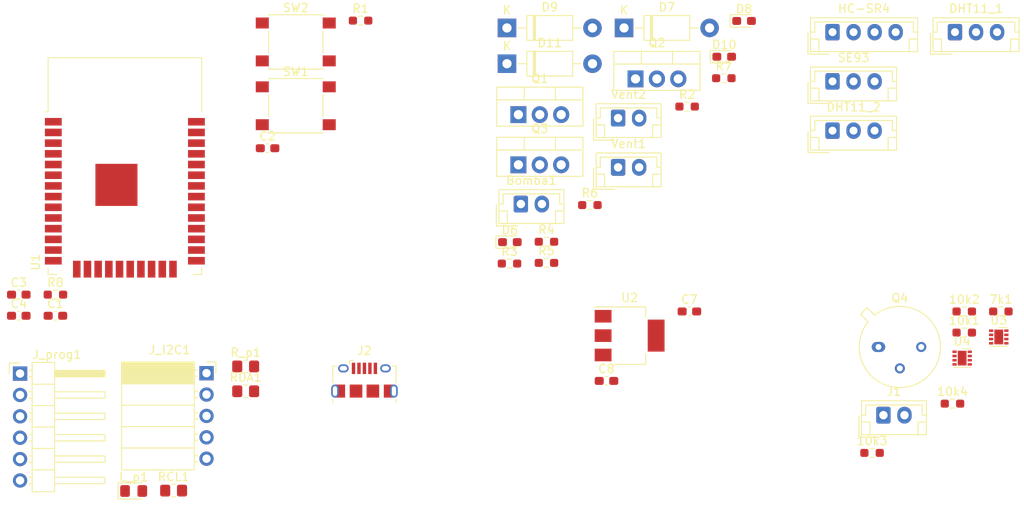
<source format=kicad_pcb>
(kicad_pcb (version 20211014) (generator pcbnew)
  (layers (0 "F.Cu" signal) (31 "B.Cu" signal) (34 "B.Paste" user) (35 "F.Paste" user) (36 "B.SilkS" user "B.Silkscreen") (37 "F.SilkS" user "F.Silkscreen") (38 "B.Mask" user) (39 "F.Mask" user) (44 "Edge.Cuts" user))
  (net 0 "")
  (net 2 "Net-(10k1-Pad2)")
  (net 3 "Net-(D7-Pad2)")
  (net 4 "Net-(Bomba1-Pad1)")
  (net 5 "/c_vent1")
  (net 12 "/c_vent2")
  (net 13 "/c_bomba")
  (net 14 "/lm393_d")
  (net 15 "/se093_d")
  (net 16 "/Esp32Schematic/IO32")
  (net 17 "/Esp32Schematic/IO33")
  (net 18 "/Esp32Schematic/IO25")
  (net 19 "/Esp32Schematic/IO26")
  (net 20 "/Esp32Schematic/IO27")
  (net 22 "/Esp32Schematic/IO12")
  (net 23 "/HC-SR04Echo")
  (net 24 "/HC-SR04Trig")
  (net 25 "/Esp32Schematic/BOOT")
  (net 26 "GND")
  (net 27 "/Esp32Schematic/IO4")
  (net 28 "/dht11_1d")
  (net 29 "/dht11_2d")
  (net 30 "/Esp32Schematic/IO5")
  (net 31 "/Esp32Schematic/IO23")
  (net 32 "Net-(7k1-Pad1)")
  (net 33 "Net-(D9-Pad2)")
  (net 34 "/Potencia/LDO/LDO_in")
  (net 35 "/Potencia/LDO/LDO_out")
  (net 36 "Net-(D6-Pad2)")
  (net 37 "Net-(D8-Pad2)")
  (net 38 "Net-(D10-Pad2)")
  (net 39 "5v")
  (net 40 "Net-(U4-Pad6)")
  (net 41 "Net-(10k3-Pad2)")
  (net 42 "Net-(C1-Pad2)")
  (net 43 "3.3v")
  (net 44 "/Sensores/3.3v")
  (net 45 "/Potencia/IN_5v")
  (net 50 "SCL")
  (net 51 "SDA")
  (net 54 "/Prog_Rx")
  (net 55 "/Prog_Tx")
  (net 57 "Net-(L_p1-Pad2)")
  (net 58 "/LedU1")
  (net 59 "/Esp32Schematic/IO2")
  (footprint "Connector_JST:JST_EH_B2B-EH-A_1x02_P2.50mm_Vertical" (layer "F.Cu") (at 180.59 74.32)
    (fp_text reference "Vent1" (at 1.25 -2.8) (layer "F.SilkS"))
    (fp_text value "Conn_01x02")
    (pad "1" thru_hole roundrect (at 0 0) (size 1.7 2) (drill 1) (layers *.Cu *.Mask) (roundrect_rratio 0.147059) (net 3 "Net-(D7-Pad2)"))
    (pad "2" thru_hole oval (at 2.5 0) (size 1.7 2) (drill 1) (layers *.Cu *.Mask) (net 39 "5v"))
  )
  (footprint "LED_SMD:LED_0603_1608Metric_Pad1.05x0.95mm_HandSolder" (layer "F.Cu") (at 195.555 56.93)
    (fp_text reference "D8" (at 0 -1.43) (layer "F.SilkS"))
    (fp_text value "LED")
    (pad "1" smd roundrect (at -0.875 0) (size 1.05 0.95) (layers "F.Cu" "F.Paste" "F.Mask") (net 26 "GND"))
    (pad "2" smd roundrect (at 0.875 0) (size 1.05 0.95) (layers "F.Cu" "F.Paste" "F.Mask") (net 37 "Net-(D8-Pad2)"))
  )
  (footprint "Connector_JST:JST_EH_B2B-EH-A_1x02_P2.50mm_Vertical" (layer "F.Cu") (at 180.59 68.47)
    (fp_text reference "Vent2" (at 1.25 -2.8) (layer "F.SilkS"))
    (fp_text value "Conn_01x02")
    (pad "1" thru_hole roundrect (at 0 0) (size 1.7 2) (drill 1) (layers *.Cu *.Mask) (roundrect_rratio 0.147059) (net 33 "Net-(D9-Pad2)"))
    (pad "2" thru_hole oval (at 2.5 0) (size 1.7 2) (drill 1) (layers *.Cu *.Mask) (net 39 "5v"))
  )
  (footprint "LED_SMD:LED_0603_1608Metric_Pad1.05x0.95mm_HandSolder" (layer "F.Cu") (at 167.735 83.2)
    (fp_text reference "D6" (at 0 -1.43) (layer "F.SilkS"))
    (fp_text value "LED")
    (pad "1" smd roundrect (at -0.875 0) (size 1.05 0.95) (layers "F.Cu" "F.Paste" "F.Mask") (net 26 "GND"))
    (pad "2" smd roundrect (at 0.875 0) (size 1.05 0.95) (layers "F.Cu" "F.Paste" "F.Mask") (net 36 "Net-(D6-Pad2)"))
  )
  (footprint "Capacitor_SMD:C_0603_1608Metric_Pad1.08x0.95mm_HandSolder" (layer "F.Cu") (at 138.95 72.05)
    (fp_text reference "C2" (at 0 -1.43) (layer "F.SilkS"))
    (fp_text value "0.1uF")
    (pad "1" smd roundrect (at -0.8625 0) (size 1.075 0.95) (layers "F.Cu" "F.Paste" "F.Mask") (net 43 "3.3v"))
    (pad "2" smd roundrect (at 0.8625 0) (size 1.075 0.95) (layers "F.Cu" "F.Paste" "F.Mask") (net 26 "GND"))
  )
  (footprint "Capacitor_SMD:C_0603_1608Metric_Pad1.08x0.95mm_HandSolder" (layer "F.Cu") (at 113.75 91.95)
    (fp_text reference "C1" (at 0 -1.43) (layer "F.SilkS"))
    (fp_text value "1uF")
    (pad "1" smd roundrect (at -0.8625 0) (size 1.075 0.95) (layers "F.Cu" "F.Paste" "F.Mask") (net 26 "GND"))
    (pad "2" smd roundrect (at 0.8625 0) (size 1.075 0.95) (layers "F.Cu" "F.Paste" "F.Mask") (net 42 "Net-(C1-Pad2)"))
  )
  (footprint "Resistor_SMD:R_0805_2012Metric_Pad1.20x1.40mm_HandSolder" (layer "F.Cu") (at 136.35 97.97)
    (fp_text reference "R_p1" (at 0 -1.65) (layer "F.SilkS"))
    (fp_text value "47")
    (pad "1" smd roundrect (at -1 0) (size 1.2 1.4) (layers "F.Cu" "F.Paste" "F.Mask") (roundrect_rratio 0.208333) (net 57 "Net-(L_p1-Pad2)"))
    (pad "2" smd roundrect (at 1 0) (size 1.2 1.4) (layers "F.Cu" "F.Paste" "F.Mask") (roundrect_rratio 0.208333) (net 58 "/LedU1"))
  )
  (footprint "Resistor_SMD:R_0603_1608Metric_Pad0.98x0.95mm_HandSolder" (layer "F.Cu") (at 210.76 108.24)
    (fp_text reference "10k3" (at 0 -1.43) (layer "F.SilkS"))
    (fp_text value "R")
    (pad "1" smd roundrect (at -0.9125 0) (size 0.975 0.95) (layers "F.Cu" "F.Paste" "F.Mask") (net 40 "Net-(U4-Pad6)"))
    (pad "2" smd roundrect (at 0.9125 0) (size 0.975 0.95) (layers "F.Cu" "F.Paste" "F.Mask") (net 41 "Net-(10k3-Pad2)"))
  )
  (footprint "Package_TO_SOT_THT:TO-220-3_Vertical" (layer "F.Cu") (at 168.75 68.06)
    (fp_text reference "Q1" (at 2.54 -4.27) (layer "F.SilkS"))
    (fp_text value "IRF540N")
    (pad "1" thru_hole rect (at 0 0) (size 1.905 2) (drill 1.1) (layers *.Cu *.Mask) (net 5 "/c_vent1"))
    (pad "2" thru_hole oval (at 2.54 0) (size 1.905 2) (drill 1.1) (layers *.Cu *.Mask) (net 3 "Net-(D7-Pad2)"))
    (pad "3" thru_hole oval (at 5.08 0) (size 1.905 2) (drill 1.1) (layers *.Cu *.Mask) (net 26 "GND"))
  )
  (footprint "Resistor_SMD:R_0603_1608Metric_Pad0.98x0.95mm_HandSolder" (layer "F.Cu") (at 220.31 102.39)
    (fp_text reference "10k4" (at 0 -1.43) (layer "F.SilkS"))
    (fp_text value "R")
    (pad "1" smd roundrect (at -0.9125 0) (size 0.975 0.95) (layers "F.Cu" "F.Paste" "F.Mask") (net 14 "/lm393_d"))
    (pad "2" smd roundrect (at 0.9125 0) (size 0.975 0.95) (layers "F.Cu" "F.Paste" "F.Mask") (net 26 "GND"))
  )
  (footprint "Capacitor_SMD:C_0603_1608Metric_Pad1.08x0.95mm_HandSolder" (layer "F.Cu") (at 179.21 99.69)
    (fp_text reference "C8" (at 0 -1.43) (layer "F.SilkS"))
    (fp_text value "100u")
    (pad "1" smd roundrect (at -0.8625 0) (size 1.075 0.95) (layers "F.Cu" "F.Paste" "F.Mask") (net 35 "/Potencia/LDO/LDO_out"))
    (pad "2" smd roundrect (at 0.8625 0) (size 1.075 0.95) (layers "F.Cu" "F.Paste" "F.Mask") (net 26 "GND"))
  )
  (footprint "Resistor_SMD:R_0603_1608Metric_Pad0.98x0.95mm_HandSolder" (layer "F.Cu") (at 172.08 85.67)
    (fp_text reference "R5" (at 0 -1.43) (layer "F.SilkS"))
    (fp_text value "1k")
    (pad "1" smd roundrect (at -0.9125 0) (size 0.975 0.95) (layers "F.Cu" "F.Paste" "F.Mask") (net 12 "/c_vent2"))
    (pad "2" smd roundrect (at 0.9125 0) (size 0.975 0.95) (layers "F.Cu" "F.Paste" "F.Mask") (net 37 "Net-(D8-Pad2)"))
  )
  (footprint "Resistor_SMD:R_0805_2012Metric_Pad1.20x1.40mm_HandSolder" (layer "F.Cu") (at 127.79 112.72)
    (fp_text reference "RCL1" (at 0 -1.65) (layer "F.SilkS"))
    (fp_text value "10k")
    (pad "1" smd roundrect (at -1 0) (size 1.2 1.4) (layers "F.Cu" "F.Paste" "F.Mask") (roundrect_rratio 0.208333) (net 50 "SCL"))
    (pad "2" smd roundrect (at 1 0) (size 1.2 1.4) (layers "F.Cu" "F.Paste" "F.Mask") (roundrect_rratio 0.208333) (net 43 "3.3v"))
  )
  (footprint "Connector_PinSocket_2.54mm:PinSocket_1x05_P2.54mm_Horizontal" (layer "F.Cu") (at 131.7 98.77)
    (fp_text reference "J_I2C1" (at -4.38 -2.77) (layer "F.SilkS"))
    (fp_text value "Conn_01x05_Male")
    (pad "1" thru_hole rect (at 0 0) (size 1.7 1.7) (drill 1) (layers *.Cu *.Mask) (net 50 "SCL"))
    (pad "2" thru_hole oval (at 0 2.54) (size 1.7 1.7) (drill 1) (layers *.Cu *.Mask) (net 51 "SDA"))
    (pad "3" thru_hole oval (at 0 5.08) (size 1.7 1.7) (drill 1) (layers *.Cu *.Mask) (net 26 "GND"))
    (pad "4" thru_hole oval (at 0 7.62) (size 1.7 1.7) (drill 1) (layers *.Cu *.Mask) (net 43 "3.3v"))
    (pad "5" thru_hole oval (at 0 10.16) (size 1.7 1.7) (drill 1) (layers *.Cu *.Mask) (net 39 "5v"))
  )
  (footprint "Resistor_SMD:R_0603_1608Metric_Pad0.98x0.95mm_HandSolder" (layer "F.Cu") (at 188.79 67.1)
    (fp_text reference "R2" (at 0 -1.43) (layer "F.SilkS"))
    (fp_text value "1k")
    (pad "1" smd roundrect (at -0.9125 0) (size 0.975 0.95) (layers "F.Cu" "F.Paste" "F.Mask") (net 5 "/c_vent1"))
    (pad "2" smd roundrect (at 0.9125 0) (size 0.975 0.95) (layers "F.Cu" "F.Paste" "F.Mask") (net 26 "GND"))
  )
  (footprint "Diode_THT:D_DO-41_SOD81_P10.16mm_Horizontal" (layer "F.Cu") (at 167.39 57.76)
    (fp_text reference "D9" (at 5.08 -2.47) (layer "F.SilkS"))
    (fp_text value "1N4004")
    (fp_text user "K" (at 0 -2.1) (layer "F.SilkS"))
    (pad "1" thru_hole rect (at 0 0) (size 2.2 2.2) (drill 1.1) (layers *.Cu *.Mask) (net 39 "5v"))
    (pad "2" thru_hole oval (at 10.16 0) (size 2.2 2.2) (drill 1.1) (layers *.Cu *.Mask) (net 33 "Net-(D9-Pad2)"))
  )
  (footprint "Connector_JST:JST_EH_B3B-EH-A_1x03_P2.50mm_Vertical" (layer "F.Cu") (at 206.06 69.96)
    (fp_text reference "DHT11_2" (at 2.5 -2.8) (layer "F.SilkS"))
    (fp_text value "Conn_01x03")
    (pad "1" thru_hole roundrect (at 0 0) (size 1.7 1.95) (drill 0.95) (layers *.Cu *.Mask) (roundrect_rratio 0.147059) (net 44 "/Sensores/3.3v"))
    (pad "2" thru_hole oval (at 2.5 0) (size 1.7 1.95) (drill 0.95) (layers *.Cu *.Mask) (net 29 "/dht11_2d"))
    (pad "3" thru_hole oval (at 5 0) (size 1.7 1.95) (drill 0.95) (layers *.Cu *.Mask) (net 26 "GND"))
  )
  (footprint "Connector_JST:JST_EH_B3B-EH-A_1x03_P2.50mm_Vertical" (layer "F.Cu") (at 206.06 64.11)
    (fp_text reference "SE93" (at 2.5 -2.8) (layer "F.SilkS"))
    (fp_text value "Conn_01x03")
    (pad "1" thru_hole roundrect (at 0 0) (size 1.7 1.95) (drill 0.95) (layers *.Cu *.Mask) (roundrect_rratio 0.147059) (net 44 "/Sensores/3.3v"))
    (pad "2" thru_hole oval (at 2.5 0) (size 1.7 1.95) (drill 0.95) (layers *.Cu *.Mask) (net 15 "/se093_d"))
    (pad "3" thru_hole oval (at 5 0) (size 1.7 1.95) (drill 0.95) (layers *.Cu *.Mask) (net 26 "GND"))
  )
  (footprint "Capacitor_SMD:C_0603_1608Metric_Pad1.08x0.95mm_HandSolder" (layer "F.Cu") (at 109.4 91.95)
    (fp_text reference "C4" (at 0 -1.43) (layer "F.SilkS"))
    (fp_text value "1uF")
    (pad "1" smd roundrect (at -0.8625 0) (size 1.075 0.95) (layers "F.Cu" "F.Paste" "F.Mask") (net 25 "/Esp32Schematic/BOOT"))
    (pad "2" smd roundrect (at 0.8625 0) (size 1.075 0.95) (layers "F.Cu" "F.Paste" "F.Mask") (net 26 "GND"))
  )
  (footprint "Package_TO_SOT_THT:TO-220-3_Vertical" (layer "F.Cu") (at 168.75 74.02)
    (fp_text reference "Q3" (at 2.54 -4.27) (layer "F.SilkS"))
    (fp_text value "IRF540N")
    (pad "1" thru_hole rect (at 0 0) (size 1.905 2) (drill 1.1) (layers *.Cu *.Mask) (net 13 "/c_bomba"))
    (pad "2" thru_hole oval (at 2.54 0) (size 1.905 2) (drill 1.1) (layers *.Cu *.Mask) (net 4 "Net-(Bomba1-Pad1)"))
    (pad "3" thru_hole oval (at 5.08 0) (size 1.905 2) (drill 1.1) (layers *.Cu *.Mask) (net 26 "GND"))
  )
  (footprint "RF_Module:ESP32-WROOM-32" (layer "F.Cu") (at 122 77.16)
    (fp_text reference "U1" (at -10.61 8.43 90) (layer "F.SilkS"))
    (fp_text value "ESP32-WROOM-32")
    (pad "1" smd rect (at -8.5 -8.255) (size 2 0.9) (layers "F.Cu" "F.Paste" "F.Mask") (net 26 "GND"))
    (pad "2" smd rect (at -8.5 -6.985) (size 2 0.9) (layers "F.Cu" "F.Paste" "F.Mask") (net 43 "3.3v"))
    (pad "3" smd rect (at -8.5 -5.715) (size 2 0.9) (layers "F.Cu" "F.Paste" "F.Mask") (net 42 "Net-(C1-Pad2)"))
    (pad "4" smd rect (at -8.5 -4.445) (size 2 0.9) (layers "F.Cu" "F.Paste" "F.Mask"))
    (pad "5" smd rect (at -8.5 -3.175) (size 2 0.9) (layers "F.Cu" "F.Paste" "F.Mask") (net 58 "/LedU1"))
    (pad "6" smd rect (at -8.5 -1.905) (size 2 0.9) (layers "F.Cu" "F.Paste" "F.Mask") (net 14 "/lm393_d"))
    (pad "7" smd rect (at -8.5 -0.635) (size 2 0.9) (layers "F.Cu" "F.Paste" "F.Mask") (net 15 "/se093_d"))
    (pad "8" smd rect (at -8.5 0.635) (size 2 0.9) (layers "F.Cu" "F.Paste" "F.Mask") (net 16 "/Esp32Schematic/IO32"))
    (pad "9" smd rect (at -8.5 1.905) (size 2 0.9) (layers "F.Cu" "F.Paste" "F.Mask") (net 17 "/Esp32Schematic/IO33"))
    (pad "10" smd rect (at -8.5 3.175) (size 2 0.9) (layers "F.Cu" "F.Paste" "F.Mask") (net 18 "/Esp32Schematic/IO25"))
    (pad "11" smd rect (at -8.5 4.445) (size 2 0.9) (layers "F.Cu" "F.Paste" "F.Mask") (net 19 "/Esp32Schematic/IO26"))
    (pad "12" smd rect (at -8.5 5.715) (size 2 0.9) (layers "F.Cu" "F.Paste" "F.Mask") (net 20 "/Esp32Schematic/IO27"))
    (pad "13" smd rect (at -8.5 6.985) (size 2 0.9) (layers "F.Cu" "F.Paste" "F.Mask") (net 24 "/HC-SR04Trig"))
    (pad "14" smd rect (at -8.5 8.255) (size 2 0.9) (layers "F.Cu" "F.Paste" "F.Mask") (net 22 "/Esp32Schematic/IO12"))
    (pad "15" smd rect (at -5.715 9.255 90) (size 2 0.9) (layers "F.Cu" "F.Paste" "F.Mask") (net 26 "GND"))
    (pad "16" smd rect (at -4.445 9.255 90) (size 2 0.9) (layers "F.Cu" "F.Paste" "F.Mask") (net 13 "/c_bomba"))
    (pad "17" smd rect (at -3.175 9.255 90) (size 2 0.9) (layers "F.Cu" "F.Paste" "F.Mask"))
    (pad "18" smd rect (at -1.905 9.255 90) (size 2 0.9) (layers "F.Cu" "F.Paste" "F.Mask"))
    (pad "19" smd rect (at -0.635 9.255 90) (size 2 0.9) (layers "F.Cu" "F.Paste" "F.Mask"))
    (pad "20" smd rect (at 0.635 9.255 90) (size 2 0.9) (layers "F.Cu" "F.Paste" "F.Mask"))
    (pad "21" smd rect (at 1.905 9.255 90) (size 2 0.9) (layers "F.Cu" "F.Paste" "F.Mask"))
    (pad "22" smd rect (at 3.175 9.255 90) (size 2 0.9) (layers "F.Cu" "F.Paste" "F.Mask"))
    (pad "23" smd rect (at 4.445 9.255 90) (size 2 0.9) (layers "F.Cu" "F.Paste" "F.Mask") (net 23 "/HC-SR04Echo"))
    (pad "24" smd rect (at 5.715 9.255 90) (size 2 0.9) (layers "F.Cu" "F.Paste" "F.Mask") (net 59 "/Esp32Schematic/IO2"))
    (pad "25" smd rect (at 8.5 8.255) (size 2 0.9) (layers "F.Cu" "F.Paste" "F.Mask") (net 25 "/Esp32Schematic/BOOT"))
    (pad "26" smd rect (at 8.5 6.985) (size 2 0.9) (layers "F.Cu" "F.Paste" "F.Mask") (net 27 "/Esp32Schematic/IO4"))
    (pad "27" smd rect (at 8.5 5.715) (size 2 0.9) (layers "F.Cu" "F.Paste" "F.Mask") (net 28 "/dht11_1d"))
    (pad "28" smd rect (at 8.5 4.445) (size 2 0.9) (layers "F.Cu" "F.Paste" "F.Mask") (net 29 "/dht11_2d"))
    (pad "29" smd rect (at 8.5 3.175) (size 2 0.9) (layers "F.Cu" "F.Paste" "F.Mask") (net 30 "/Esp32Schematic/IO5"))
    (pad "30" smd rect (at 8.5 1.905) (size 2 0.9) (layers "F.Cu" "F.Paste" "F.Mask") (net 5 "/c_vent1"))
    (pad "31" smd rect (at 8.5 0.635) (size 2 0.9) (layers "F.Cu" "F.Paste" "F.Mask") (net 12 "/c_vent2"))
    (pad "32" smd rect (at 8.5 -0.635) (size 2 0.9) (layers "F.Cu" "F.Paste" "F.Mask"))
    (pad "33" smd rect (at 8.5 -1.905) (size 2 0.9) (layers "F.Cu" "F.Paste" "F.Mask") (net 51 "SDA"))
    (pad "34" smd rect (at 8.5 -3.175) (size 2 0.9) (layers "F.Cu" "F.Paste" "F.Mask") (net 55 "/Prog_Tx"))
    (pad "35" smd rect (at 8.5 -4.445) (size 2 0.9) (layers "F.Cu" "F.Paste" "F.Mask") (net 54 "/Prog_Rx"))
    (pad "36" smd rect (at 8.5 -5.715) (size 2 0.9) (layers "F.Cu" "F.Paste" "F.Mask") (net 50 "SCL"))
    (pad "37" smd rect (at 8.5 -6.985) (size 2 0.9) (layers "F.Cu" "F.Paste" "F.Mask") (net 31 "/Esp32Schematic/IO23"))
    (pad "38" smd rect (at 8.5 -8.255) (size 2 0.9) (layers "F.Cu" "F.Paste" "F.Mask") (net 26 "GND"))
    (pad "39" smd rect (at -1 -0.755) (size 5 5) (layers "F.Cu" "F.Paste" "F.Mask") (net 26 "GND"))
  )
  (footprint "Resistor_SMD:R_0603_1608Metric_Pad0.98x0.95mm_HandSolder" (layer "F.Cu") (at 150 56.89)
    (fp_text reference "R1" (at 0 -1.43) (layer "F.SilkS"))
    (fp_text value "10k")
    (pad "1" smd roundrect (at -0.9125 0) (size 0.975 0.95) (layers "F.Cu" "F.Paste" "F.Mask") (net 43 "3.3v"))
    (pad "2" smd roundrect (at 0.9125 0) (size 0.975 0.95) (layers "F.Cu" "F.Paste" "F.Mask") (net 42 "Net-(C1-Pad2)"))
  )
  (footprint "Connector_USB:USB_Micro-B_Amphenol_10118194_Horizontal" (layer "F.Cu") (at 150.46 99.6)
    (fp_text reference "J2" (at 0 -3.5) (layer "F.SilkS"))
    (fp_text value "USB_B_Micro")
    (pad "1" smd rect (at -1.3 -1.4) (size 0.4 1.35) (layers "F.Cu" "F.Paste" "F.Mask") (net 45 "/Potencia/IN_5v"))
    (pad "2" smd rect (at -0.65 -1.4) (size 0.4 1.35) (layers "F.Cu" "F.Paste" "F.Mask"))
    (pad "3" smd rect (at 0 -1.4) (size 0.4 1.35) (layers "F.Cu" "F.Paste" "F.Mask"))
    (pad "4" smd rect (at 0.65 -1.4) (size 0.4 1.35) (layers "F.Cu" "F.Paste" "F.Mask"))
    (pad "5" smd rect (at 1.3 -1.4) (size 0.4 1.35) (layers "F.Cu" "F.Paste" "F.Mask") (net 26 "GND"))
    (pad "6" thru_hole oval (at 2.5 -1.4) (size 1.25 0.95) (drill oval 0.85 0.55) (layers *.Cu *.Mask))
    (pad "6" thru_hole oval (at -3.5 1.3) (size 0.89 1.55) (drill oval 0.5 1.15) (layers *.Cu *.Mask))
    (pad "6" thru_hole oval (at -2.5 -1.4) (size 1.25 0.95) (drill oval 0.85 0.55) (layers *.Cu *.Mask))
    (pad "6" smd rect (at -1 1.3) (size 1.5 1.55) (layers "F.Cu" "F.Paste" "F.Mask"))
    (pad "6" smd rect (at -2.9 1.3) (size 1.2 1.55) (layers "F.Cu" "F.Paste" "F.Mask"))
    (pad "6" thru_hole oval (at 3.5 1.3) (size 0.89 1.55) (drill oval 0.5 1.15) (layers *.Cu *.Mask))
    (pad "6" smd rect (at 2.9 1.3) (size 1.2 1.55) (layers "F.Cu" "F.Paste" "F.Mask"))
    (pad "6" smd rect (at 1 1.3) (size 1.5 1.55) (layers "F.Cu" "F.Paste" "F.Mask"))
  )
  (footprint "Connector_PinHeader_2.54mm:PinHeader_1x06_P2.54mm_Horizontal" (layer "F.Cu") (at 109.55 98.82)
    (fp_text reference "J_prog1" (at 4.385 -2.27) (layer "F.SilkS"))
    (fp_text value "Conn_01x06_Male")
    (pad "1" thru_hole rect (at 0 0) (size 1.7 1.7) (drill 1) (layers *.Cu *.Mask))
    (pad "2" thru_hole oval (at 0 2.54) (size 1.7 1.7) (drill 1) (layers *.Cu *.Mask))
    (pad "3" thru_hole oval (at 0 5.08) (size 1.7 1.7) (drill 1) (layers *.Cu *.Mask) (net 54 "/Prog_Rx"))
    (pad "4" thru_hole oval (at 0 7.62) (size 1.7 1.7) (drill 1) (layers *.Cu *.Mask) (net 55 "/Prog_Tx"))
    (pad "5" thru_hole oval (at 0 10.16) (size 1.7 1.7) (drill 1) (layers *.Cu *.Mask) (net 26 "GND"))
    (pad "6" thru_hole oval (at 0 12.7) (size 1.7 1.7) (drill 1) (layers *.Cu *.Mask))
  )
  (footprint "Package_DFN_QFN:DFN-8-1EP_2x2mm_P0.5mm_EP1.05x1.75mm" (layer "F.Cu") (at 221.46 96.98)
    (fp_text reference "U4" (at 0 -2) (layer "F.SilkS"))
    (fp_text value "LM741")
    (pad "1" smd rect (at -0.9 -0.75) (size 0.5 0.3) (layers "F.Cu" "F.Paste" "F.Mask"))
    (pad "2" smd rect (at -0.9 -0.25) (size 0.5 0.3) (layers "F.Cu" "F.Paste" "F.Mask") (net 2 "Net-(10k1-Pad2)"))
    (pad "3" smd rect (at -0.9 0.25) (size 0.5 0.3) (layers "F.Cu" "F.Paste" "F.Mask") (net 32 "Net-(7k1-Pad1)"))
    (pad "4" smd rect (at -0.9 0.75) (size 0.5 0.3) (layers "F.Cu" "F.Paste" "F.Mask") (net 26 "GND"))
    (pad "5" smd rect (at 0.9 0.75) (size 0.5 0.3) (layers "F.Cu" "F.Paste" "F.Mask"))
    (pad "6" smd rect (at 0.9 0.25) (size 0.5 0.3) (layers "F.Cu" "F.Paste" "F.Mask") (net 40 "Net-(U4-Pad6)"))
    (pad "7" smd rect (at 0.9 -0.25) (size 0.5 0.3) (layers "F.Cu" "F.Paste" "F.Mask") (net 39 "5v"))
    (pad "8" smd rect (at 0.9 -0.75) (size 0.5 0.3) (layers "F.Cu" "F.Paste" "F.Mask"))
    (pad "9" smd rect (at 0 0) (size 1.05 1.75) (layers "F.Cu" "F.Mask"))
  )
  (footprint "Connector_JST:JST_EH_B2B-EH-A_1x02_P2.50mm_Vertical" (layer "F.Cu") (at 212.11 103.76)
    (fp_text reference "J1" (at 1.25 -2.8) (layer "F.SilkS"))
    (fp_text value "Conn_01x02")
    (pad "1" thru_hole roundrect (at 0 0) (size 1.7 2) (drill 1) (layers *.Cu *.Mask) (roundrect_rratio 0.147059) (net 39 "5v"))
    (pad "2" thru_hole oval (at 2.5 0) (size 1.7 2) (drill 1) (layers *.Cu *.Mask) (net 32 "Net-(7k1-Pad1)"))
  )
  (footprint "LED_SMD:LED_0805_2012Metric_Pad1.15x1.40mm_HandSolder" (layer "F.Cu") (at 123.045 112.765)
    (fp_text reference "L_p1" (at 0 -1.65) (layer "F.SilkS"))
    (fp_text value "LED")
    (pad "1" smd roundrect (at -1.025 0) (size 1.15 1.4) (layers "F.Cu" "F.Paste" "F.Mask") (roundrect_rratio 0.217391) (net 26 "GND"))
    (pad "2" smd roundrect (at 1.025 0) (size 1.15 1.4) (layers "F.Cu" "F.Paste" "F.Mask") (roundrect_rratio 0.217391) (net 57 "Net-(L_p1-Pad2)"))
  )
  (footprint "Resistor_SMD:R_0603_1608Metric_Pad0.98x0.95mm_HandSolder" (layer "F.Cu") (at 177.24 78.8)
    (fp_text reference "R6" (at 0 -1.43) (layer "F.SilkS"))
    (fp_text value "1k")
    (pad "1" smd roundrect (at -0.9125 0) (size 0.975 0.95) (layers "F.Cu" "F.Paste" "F.Mask") (net 13 "/c_bomba"))
    (pad "2" smd roundrect (at 0.9125 0) (size 0.975 0.95) (layers "F.Cu" "F.Paste" "F.Mask") (net 26 "GND"))
  )
  (footprint "Diode_THT:D_DO-41_SOD81_P10.16mm_Horizontal" (layer "F.Cu") (at 181.3 57.76)
    (fp_text reference "D7" (at 5.08 -2.47) (layer "F.SilkS"))
    (fp_text value "1N4004")
    (fp_text user "K" (at 0 -2.1) (layer "F.SilkS"))
    (pad "1" thru_hole rect (at 0 0) (size 2.2 2.2) (drill 1.1) (layers *.Cu *.Mask) (net 39 "5v"))
    (pad "2" thru_hole oval (at 10.16 0) (size 2.2 2.2) (drill 1.1) (layers *.Cu *.Mask) (net 3 "Net-(D7-Pad2)"))
  )
  (footprint "Resistor_SMD:R_0603_1608Metric_Pad0.98x0.95mm_HandSolder" (layer "F.Cu") (at 113.75 89.44)
    (fp_text reference "R8" (at 0 -1.43) (layer "F.SilkS"))
    (fp_text value "10k")
    (pad "1" smd roundrect (at -0.9125 0) (size 0.975 0.95) (layers "F.Cu" "F.Paste" "F.Mask") (net 43 "3.3v"))
    (pad "2" smd roundrect (at 0.9125 0) (size 0.975 0.95) (layers "F.Cu" "F.Paste" "F.Mask") (net 25 "/Esp32Schematic/BOOT"))
  )
  (footprint "Resistor_SMD:R_0603_1608Metric_Pad0.98x0.95mm_HandSolder" (layer "F.Cu") (at 172.08 83.16)
    (fp_text reference "R4" (at 0 -1.43) (layer "F.SilkS"))
    (fp_text value "1k")
    (pad "1" smd roundrect (at -0.9125 0) (size 0.975 0.95) (layers "F.Cu" "F.Paste" "F.Mask") (net 12 "/c_vent2"))
    (pad "2" smd roundrect (at 0.9125 0) (size 0.975 0.95) (layers "F.Cu" "F.Paste" "F.Mask") (net 26 "GND"))
  )
  (footprint "Package_TO_SOT_SMD:SOT-223-3_TabPin2" (layer "F.Cu") (at 181.96 94.31)
    (fp_text reference "U2" (at 0 -4.5) (layer "F.SilkS"))
    (fp_text value "AMS1117-3.3")
    (pad "1" smd rect (at -3.15 -2.3) (size 2 1.5) (layers "F.Cu" "F.Paste" "F.Mask") (net 26 "GND"))
    (pad "2" smd rect (at 3.15 0) (size 2 3.8) (layers "F.Cu" "F.Paste" "F.Mask") (net 35 "/Potencia/LDO/LDO_out"))
    (pad "2" smd rect (at -3.15 0) (size 2 1.5) (layers "F.Cu" "F.Paste" "F.Mask") (net 35 "/Potencia/LDO/LDO_out"))
    (pad "3" smd rect (at -3.15 2.3) (size 2 1.5) (layers "F.Cu" "F.Paste" "F.Mask") (net 34 "/Potencia/LDO/LDO_in"))
  )
  (footprint "Diode_THT:D_DO-41_SOD81_P10.16mm_Horizontal" (layer "F.Cu") (at 167.39 62.01)
    (fp_text reference "D11" (at 5.08 -2.47) (layer "F.SilkS"))
    (fp_text value "1N4004")
    (fp_text user "K" (at 0 -2.1) (layer "F.SilkS"))
    (pad "1" thru_hole rect (at 0 0) (size 2.2 2.2) (drill 1.1) (layers *.Cu *.Mask) (net 39 "5v"))
    (pad "2" thru_hole oval (at 10.16 0) (size 2.2 2.2) (drill 1.1) (layers *.Cu *.Mask) (net 4 "Net-(Bomba1-Pad1)"))
  )
  (footprint "Resistor_SMD:R_0603_1608Metric_Pad0.98x0.95mm_HandSolder" (layer "F.Cu") (at 193.15 63.73)
    (fp_text reference "R7" (at 0 -1.43) (layer "F.SilkS"))
    (fp_text value "1k")
    (pad "1" smd roundrect (at -0.9125 0) (size 0.975 0.95) (layers "F.Cu" "F.Paste" "F.Mask") (net 13 "/c_bomba"))
    (pad "2" smd roundrect (at 0.9125 0) (size 0.975 0.95) (layers "F.Cu" "F.Paste" "F.Mask") (net 38 "Net-(D10-Pad2)"))
  )
  (footprint "Resistor_SMD:R_0603_1608Metric_Pad0.98x0.95mm_HandSolder" (layer "F.Cu") (at 221.71 91.44)
    (fp_text reference "10k2" (at 0 -1.43) (layer "F.SilkS"))
    (fp_text value "R")
    (pad "1" smd roundrect (at -0.9125 0) (size 0.975 0.95) (layers "F.Cu" "F.Paste" "F.Mask") (net 2 "Net-(10k1-Pad2)"))
    (pad "2" smd roundrect (at 0.9125 0) (size 0.975 0.95) (layers "F.Cu" "F.Paste" "F.Mask") (net 26 "GND"))
  )
  (footprint "Package_DFN_QFN:DFN-8-1EP_2x2mm_P0.5mm_EP1.05x1.75mm" (layer "F.Cu") (at 225.81 94.47)
    (fp_text reference "U3" (at 0 -2) (layer "F.SilkS"))
    (fp_text value "LM4250")
    (pad "1" smd rect (at -0.9 -0.75) (size 0.5 0.3) (layers "F.Cu" "F.Paste" "F.Mask"))
    (pad "2" smd rect (at -0.9 -0.25) (size 0.5 0.3) (layers "F.Cu" "F.Paste" "F.Mask"))
    (pad "3" smd rect (at -0.9 0.25) (size 0.5 0.3) (layers "F.Cu" "F.Paste" "F.Mask"))
    (pad "4" smd rect (at -0.9 0.75) (size 0.5 0.3) (layers "F.Cu" "F.Paste" "F.Mask"))
    (pad "5" smd rect (at 0.9 0.75) (size 0.5 0.3) (layers "F.Cu" "F.Paste" "F.Mask"))
    (pad "6" smd rect (at 0.9 0.25) (size 0.5 0.3) (layers "F.Cu" "F.Paste" "F.Mask"))
    (pad "7" smd rect (at 0.9 -0.25) (size 0.5 0.3) (layers "F.Cu" "F.Paste" "F.Mask"))
    (pad "8" smd rect (at 0.9 -0.75) (size 0.5 0.3) (layers "F.Cu" "F.Paste" "F.Mask"))
    (pad "9" smd rect (at 0 0) (size 1.05 1.75) (layers "F.Cu" "F.Mask"))
  )
  (footprint "Connector_JST:JST_EH_B3B-EH-A_1x03_P2.50mm_Vertical" (layer "F.Cu") (at 220.61 58.26)
    (fp_text reference "DHT11_1" (at 2.5 -2.8) (layer "F.SilkS"))
    (fp_text value "Conn_01x03")
    (pad "1" thru_hole roundrect (at 0 0) (size 1.7 1.95) (drill 0.95) (layers *.Cu *.Mask) (roundrect_rratio 0.147059) (net 44 "/Sensores/3.3v"))
    (pad "2" thru_hole oval (at 2.5 0) (size 1.7 1.95) (drill 0.95) (layers *.Cu *.Mask) (net 28 "/dht11_1d"))
    (pad "3" thru_hole oval (at 5 0) (size 1.7 1.95) (drill 0.95) (layers *.Cu *.Mask) (net 26 "GND"))
  )
  (footprint "LED_SMD:LED_0603_1608Metric_Pad1.05x0.95mm_HandSolder" (layer "F.Cu") (at 193.195 61.18)
    (fp_text reference "D10" (at 0 -1.43) (layer "F.SilkS"))
    (fp_text value "LED")
    (pad "1" smd roundrect (at -0.875 0) (size 1.05 0.95) (layers "F.Cu" "F.Paste" "F.Mask") (net 26 "GND"))
    (pad "2" smd roundrect (at 0.875 0) (size 1.05 0.95) (layers "F.Cu" "F.Paste" "F.Mask") (net 38 "Net-(D10-Pad2)"))
  )
  (footprint "Resistor_SMD:R_0603_1608Metric_Pad0.98x0.95mm_HandSolder" (layer "F.Cu") (at 167.69 85.75)
    (fp_text reference "R3" (at 0 -1.43) (layer "F.SilkS"))
    (fp_text value "1k")
    (pad "1" smd roundrect (at -0.9125 0) (size 0.975 0.95) (layers "F.Cu" "F.Paste" "F.Mask") (net 5 "/c_vent1"))
    (pad "2" smd roundrect (at 0.9125 0) (size 0.975 0.95) (layers "F.Cu" "F.Paste" "F.Mask") (net 36 "Net-(D6-Pad2)"))
  )
  (footprint "Resistor_SMD:R_0603_1608Metric_Pad0.98x0.95mm_HandSolder" (layer "F.Cu") (at 221.71 93.95)
    (fp_text reference "10k1" (at 0 -1.43) (layer "F.SilkS"))
    (fp_text value "R")
    (pad "1" smd roundrect (at -0.9125 0) (size 0.975 0.95) (layers "F.Cu" "F.Paste" "F.Mask") (net 39 "5v"))
    (pad "2" smd roundrect (at 0.9125 0) (size 0.975 0.95) (layers "F.Cu" "F.Paste" "F.Mask") (net 2 "Net-(10k1-Pad2)"))
  )
  (footprint "Package_TO_SOT_THT:TO-39-3" (layer "F.Cu") (at 211.52 95.66)
    (fp_text reference "Q4" (at 2.54 -5.82) (layer "F.SilkS"))
    (fp_text value "2N2219")
    (pad "1" thru_hole oval (at 0 0) (size 1.6 1.2) (drill 0.7) (layers *.Cu *.Mask) (net 14 "/lm393_d"))
    (pad "2" thru_hole oval (at 2.54 2.54) (size 1.2 1.2) (drill 0.7) (layers *.Cu *.Mask) (net 41 "Net-(10k3-Pad2)"))
    (pad "3" thru_hole oval (at 5.08 0) (size 1.2 1.2) (drill 0.7) (layers *.Cu *.Mask) (net 44 "/Sensores/3.3v"))
  )
  (footprint "Resistor_SMD:R_0805_2012Metric_Pad1.20x1.40mm_HandSolder" (layer "F.Cu") (at 136.35 100.92)
    (fp_text reference "RDA1" (at 0 -1.65) (layer "F.SilkS"))
    (fp_text value "10k")
    (pad "1" smd roundrect (at -1 0) (size 1.2 1.4) (layers "F.Cu" "F.Paste" "F.Mask") (roundrect_rratio 0.208333) (net 51 "SDA"))
    (pad "2" smd roundrect (at 1 0) (size 1.2 1.4) (layers "F.Cu" "F.Paste" "F.Mask") (roundrect_rratio 0.208333) (net 43 "3.3v"))
  )
  (footprint "Button_Switch_SMD:SW_Push_1P1T_NO_6x6mm_H9.5mm" (layer "F.Cu") (at 142.3 59.425)
    (fp_text reference "SW2" (at 0 -4.05) (layer "F.SilkS"))
    (fp_text value "SW_Push")
    (pad "1" smd rect (at -3.975 -2.25) (size 1.55 1.3) (layers "F.Cu" "F.Paste" "F.Mask") (net 25 "/Esp32Schematic/BOOT"))
    (pad "1" smd rect (at 3.975 -2.25) (size 1.55 1.3) (layers "F.Cu" "F.Paste" "F.Mask") (net 25 "/Esp32Schematic/BOOT"))
    (pad "2" smd rect (at -3.975 2.25) (size 1.55 1.3) (layers "F.Cu" "F.Paste" "F.Mask") (net 26 "GND"))
    (pad "2" smd rect (at 3.975 2.25) (size 1.55 1.3) (layers "F.Cu" "F.Paste" "F.Mask") (net 26 "GND"))
  )
  (footprint "Capacitor_SMD:C_0603_1608Metric_Pad1.08x0.95mm_HandSolder" (layer "F.Cu") (at 189.06 91.44)
    (fp_text reference "C7" (at 0 -1.43) (layer "F.SilkS"))
    (fp_text value "10u")
    (pad "1" smd roundrect (at -0.8625 0) (size 1.075 0.95) (layers "F.Cu" "F.Paste" "F.Mask") (net 34 "/Potencia/LDO/LDO_in"))
    (pad "2" smd roundrect (at 0.8625 0) (size 1.075 0.95) (layers "F.Cu" "F.Paste" "F.Mask") (net 26 "GND"))
  )
  (footprint "Button_Switch_SMD:SW_Push_1P1T_NO_6x6mm_H9.5mm" (layer "F.Cu") (at 142.3 67.005)
    (fp_text reference "SW1" (at 0 -4.05) (layer "F.SilkS"))
    (fp_text value "SW_Push")
    (pad "1" smd rect (at 3.975 -2.25) (size 1.55 1.3) (layers "F.Cu" "F.Paste" "F.Mask") (net 26 "GND"))
    (pad "1" smd rect (at -3.975 -2.25) (size 1.55 1.3) (layers "F.Cu" "F.Paste" "F.Mask") (net 26 "GND"))
    (pad "2" smd rect (at -3.975 2.25) (size 1.55 1.3) (layers "F.Cu" "F.Paste" "F.Mask") (net 42 "Net-(C1-Pad2)"))
    (pad "2" smd rect (at 3.975 2.25) (size 1.55 1.3) (layers "F.Cu" "F.Paste" "F.Mask") (net 42 "Net-(C1-Pad2)"))
  )
  (footprint "Connector_JST:JST_EH_B2B-EH-A_1x02_P2.50mm_Vertical" (layer "F.Cu") (at 169.04 78.68)
    (fp_text reference "Bomba1" (at 1.25 -2.8) (layer "F.SilkS"))
    (fp_text value "Conn_01x02")
    (pad "1" thru_hole roundrect (at 0 0) (size 1.7 2) (drill 1) (layers *.Cu *.Mask) (roundrect_rratio 0.147059) (net 4 "Net-(Bomba1-Pad1)"))
    (pad "2" thru_hole oval (at 2.5 0) (size 1.7 2) (drill 1) (layers *.Cu *.Mask) (net 39 "5v"))
  )
  (footprint "Capacitor_SMD:C_0603_1608Metric_Pad1.08x0.95mm_HandSolder" (layer "F.Cu") (at 109.4 89.44)
    (fp_text reference "C3" (at 0 -1.43) (layer "F.SilkS"))
    (fp_text value "10uF")
    (pad "1" smd roundrect (at -0.8625 0) (size 1.075 0.95) (layers "F.Cu" "F.Paste" "F.Mask") (net 43 "3.3v"))
    (pad "2" smd roundrect (at 0.8625 0) (size 1.075 0.95) (layers "F.Cu" "F.Paste" "F.Mask") (net 26 "GND"))
  )
  (footprint "Connector_JST:JST_EH_B4B-EH-A_1x04_P2.50mm_Vertical" (layer "F.Cu") (at 206.06 58.26)
    (fp_text reference "HC-SR4" (at 3.75 -2.8) (layer "F.SilkS"))
    (fp_text value "Conn_01x04")
    (pad "1" thru_hole roundrect (at 0 0) (size 1.7 1.95) (drill 0.95) (layers *.Cu *.Mask) (roundrect_rratio 0.147059) (net 39 "5v"))
    (pad "2" thru_hole oval (at 2.5 0) (size 1.7 1.95) (drill 0.95) (layers *.Cu *.Mask) (net 24 "/HC-SR04Trig"))
    (pad "3" thru_hole oval (at 5 0) (size 1.7 1.95) (drill 0.95) (layers *.Cu *.Mask) (net 23 "/HC-SR04Echo"))
    (pad "4" thru_hole oval (at 7.5 0) (size 1.7 1.95) (drill 0.95) (layers *.Cu *.Mask) (net 26 "GND"))
  )
  (footprint "Package_TO_SOT_THT:TO-220-3_Vertical" (layer "F.Cu") (at 182.66 63.81)
    (fp_text reference "Q2" (at 2.54 -4.27) (layer "F.SilkS"))
    (fp_text value "IRF540N")
    (pad "1" thru_hole rect (at 0 0) (size 1.905 2) (drill 1.1) (layers *.Cu *.Mask) (net 12 "/c_vent2"))
    (pad "2" thru_hole oval (at 2.54 0) (size 1.905 2) (drill 1.1) (layers *.Cu *.Mask) (net 33 "Net-(D9-Pad2)"))
    (pad "3" thru_hole oval (at 5.08 0) (size 1.905 2) (drill 1.1) (layers *.Cu *.Mask) (net 26 "GND"))
  )
  (footprint "Resistor_SMD:R_0603_1608Metric_Pad0.98x0.95mm_HandSolder" (layer "F.Cu") (at 226.06 91.44)
    (fp_text reference "7k1" (at 0 -1.43) (layer "F.SilkS"))
    (fp_text value "R")
    (pad "1" smd roundrect (at -0.9125 0) (size 0.975 0.95) (layers "F.Cu" "F.Paste" "F.Mask") (net 32 "Net-(7k1-Pad1)"))
    (pad "2" smd roundrect (at 0.9125 0) (size 0.975 0.95) (layers "F.Cu" "F.Paste" "F.Mask") (net 26 "GND"))
  )
)
</source>
